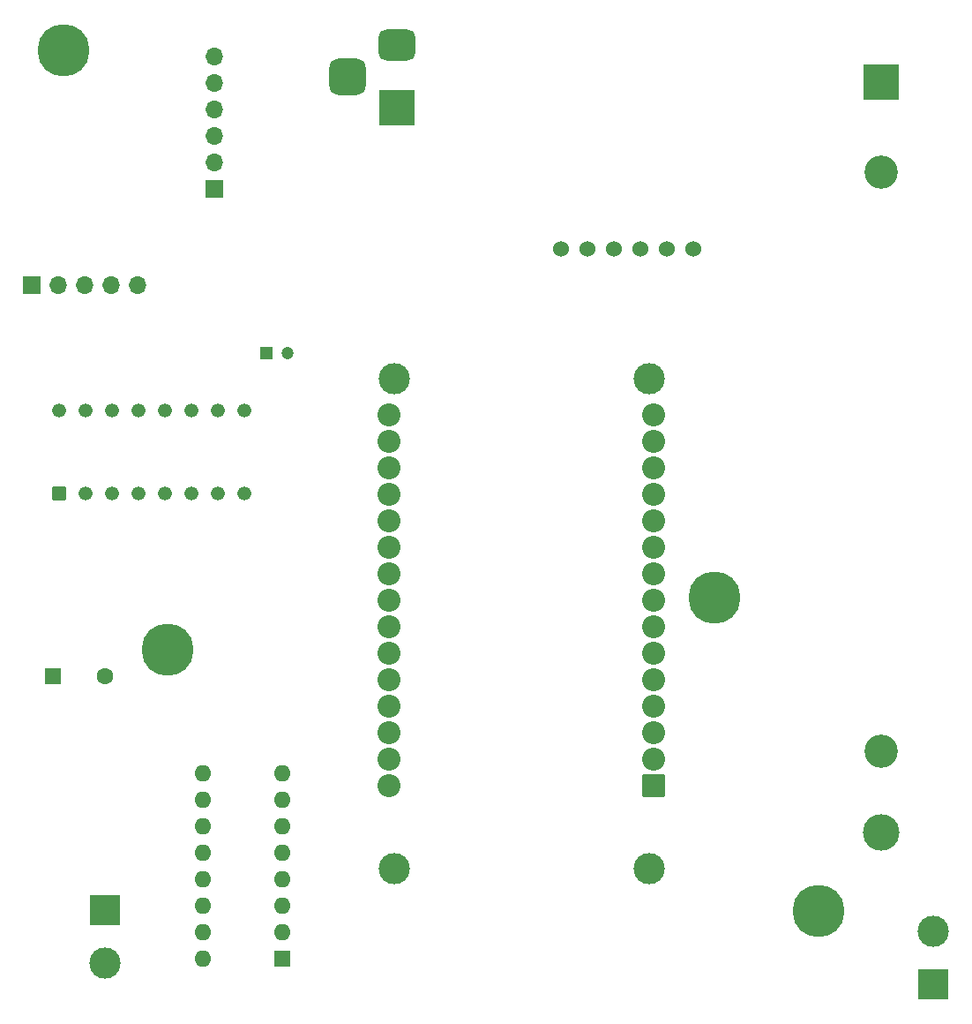
<source format=gbr>
%TF.GenerationSoftware,KiCad,Pcbnew,8.0.4*%
%TF.CreationDate,2024-09-09T18:44:28-05:00*%
%TF.ProjectId,PCB 1,50434220-312e-46b6-9963-61645f706362,rev?*%
%TF.SameCoordinates,Original*%
%TF.FileFunction,Soldermask,Top*%
%TF.FilePolarity,Negative*%
%FSLAX46Y46*%
G04 Gerber Fmt 4.6, Leading zero omitted, Abs format (unit mm)*
G04 Created by KiCad (PCBNEW 8.0.4) date 2024-09-09 18:44:28*
%MOMM*%
%LPD*%
G01*
G04 APERTURE LIST*
G04 Aperture macros list*
%AMRoundRect*
0 Rectangle with rounded corners*
0 $1 Rounding radius*
0 $2 $3 $4 $5 $6 $7 $8 $9 X,Y pos of 4 corners*
0 Add a 4 corners polygon primitive as box body*
4,1,4,$2,$3,$4,$5,$6,$7,$8,$9,$2,$3,0*
0 Add four circle primitives for the rounded corners*
1,1,$1+$1,$2,$3*
1,1,$1+$1,$4,$5*
1,1,$1+$1,$6,$7*
1,1,$1+$1,$8,$9*
0 Add four rect primitives between the rounded corners*
20,1,$1+$1,$2,$3,$4,$5,0*
20,1,$1+$1,$4,$5,$6,$7,0*
20,1,$1+$1,$6,$7,$8,$9,0*
20,1,$1+$1,$8,$9,$2,$3,0*%
G04 Aperture macros list end*
%ADD10R,1.200000X1.200000*%
%ADD11C,1.200000*%
%ADD12R,3.000000X3.000000*%
%ADD13C,3.000000*%
%ADD14C,1.524000*%
%ADD15R,3.500000X3.500000*%
%ADD16RoundRect,0.750000X-1.000000X0.750000X-1.000000X-0.750000X1.000000X-0.750000X1.000000X0.750000X0*%
%ADD17RoundRect,0.875000X-0.875000X0.875000X-0.875000X-0.875000X0.875000X-0.875000X0.875000X0.875000X0*%
%ADD18C,3.200000*%
%ADD19C,3.500000*%
%ADD20C,5.000000*%
%ADD21R,1.600000X1.600000*%
%ADD22O,1.600000X1.600000*%
%ADD23R,1.700000X1.700000*%
%ADD24O,1.700000X1.700000*%
%ADD25RoundRect,0.102000X0.565000X-0.565000X0.565000X0.565000X-0.565000X0.565000X-0.565000X-0.565000X0*%
%ADD26C,1.334000*%
%ADD27RoundRect,0.102000X1.000000X1.000000X-1.000000X1.000000X-1.000000X-1.000000X1.000000X-1.000000X0*%
%ADD28C,2.204000*%
%ADD29C,1.600000*%
G04 APERTURE END LIST*
D10*
%TO.C,C2*%
X119500000Y-84000000D03*
D11*
X121500000Y-84000000D03*
%TD*%
D12*
%TO.C,J8*%
X104000000Y-137460000D03*
D13*
X104000000Y-142540000D03*
%TD*%
D14*
%TO.C,U4*%
X147800000Y-74000000D03*
X150340000Y-74000000D03*
X152880000Y-74000000D03*
X155420000Y-74000000D03*
X157960000Y-74000000D03*
X160500000Y-74000000D03*
%TD*%
D15*
%TO.C,J3*%
X132000000Y-60500000D03*
D16*
X132000000Y-54500000D03*
D17*
X127300000Y-57500000D03*
%TD*%
D18*
%TO.C,BT1*%
X178500000Y-66645000D03*
X178500000Y-122255000D03*
D15*
X178500000Y-58000000D03*
D19*
X178500000Y-130000000D03*
%TD*%
D20*
%TO.C,*%
X100000000Y-55000000D03*
%TD*%
D21*
%TO.C,U2*%
X121000000Y-142080000D03*
D22*
X121000000Y-139540000D03*
X121000000Y-137000000D03*
X121000000Y-134460000D03*
X121000000Y-131920000D03*
X121000000Y-129380000D03*
X121000000Y-126840000D03*
X121000000Y-124300000D03*
X113380000Y-124300000D03*
X113380000Y-126840000D03*
X113380000Y-129380000D03*
X113380000Y-131920000D03*
X113380000Y-134460000D03*
X113380000Y-137000000D03*
X113380000Y-139540000D03*
X113380000Y-142080000D03*
%TD*%
D12*
%TO.C,J7*%
X183500000Y-144540000D03*
D13*
X183500000Y-139460000D03*
%TD*%
D20*
%TO.C,*%
X110000000Y-112500000D03*
%TD*%
D23*
%TO.C,J2*%
X97000000Y-77500000D03*
D24*
X99540000Y-77500000D03*
X102080000Y-77500000D03*
X104620000Y-77500000D03*
X107160000Y-77500000D03*
%TD*%
D25*
%TO.C,U3*%
X99610000Y-97470000D03*
D26*
X102150000Y-97470000D03*
X104690000Y-97470000D03*
X107230000Y-97470000D03*
X109770000Y-97470000D03*
X112310000Y-97470000D03*
X114850000Y-97470000D03*
X117390000Y-97470000D03*
X117390000Y-89530000D03*
X114850000Y-89530000D03*
X112310000Y-89530000D03*
X109770000Y-89530000D03*
X107230000Y-89530000D03*
X104690000Y-89530000D03*
X102150000Y-89530000D03*
X99610000Y-89530000D03*
%TD*%
D23*
%TO.C,J1*%
X114475000Y-68325000D03*
D24*
X114475000Y-65785000D03*
X114475000Y-63245000D03*
X114475000Y-60705000D03*
X114475000Y-58165000D03*
X114475000Y-55625000D03*
%TD*%
D13*
%TO.C,U1*%
X156280000Y-133475000D03*
X156280000Y-86525000D03*
X131770000Y-133475000D03*
X131770000Y-86525000D03*
D27*
X156700000Y-125515000D03*
D28*
X156700000Y-122975000D03*
X156700000Y-120435000D03*
X156700000Y-117895000D03*
X156700000Y-115355000D03*
X156700000Y-112815000D03*
X156700000Y-110275000D03*
X156700000Y-107735000D03*
X156700000Y-105195000D03*
X156700000Y-102655000D03*
X156700000Y-100115000D03*
X156700000Y-97575000D03*
X156700000Y-95035000D03*
X156700000Y-92495000D03*
X156700000Y-89955000D03*
X131300000Y-89955000D03*
X131300000Y-92495000D03*
X131300000Y-95035000D03*
X131300000Y-97575000D03*
X131300000Y-100115000D03*
X131300000Y-102655000D03*
X131300000Y-105195000D03*
X131300000Y-107735000D03*
X131300000Y-110275000D03*
X131300000Y-112815000D03*
X131300000Y-115355000D03*
X131300000Y-117895000D03*
X131300000Y-120435000D03*
X131300000Y-122975000D03*
X131300000Y-125515000D03*
%TD*%
D20*
%TO.C,*%
X172500000Y-137500000D03*
%TD*%
%TO.C,*%
X162500000Y-107500000D03*
%TD*%
D21*
%TO.C,C1*%
X99000000Y-115000000D03*
D29*
X104000000Y-115000000D03*
%TD*%
M02*

</source>
